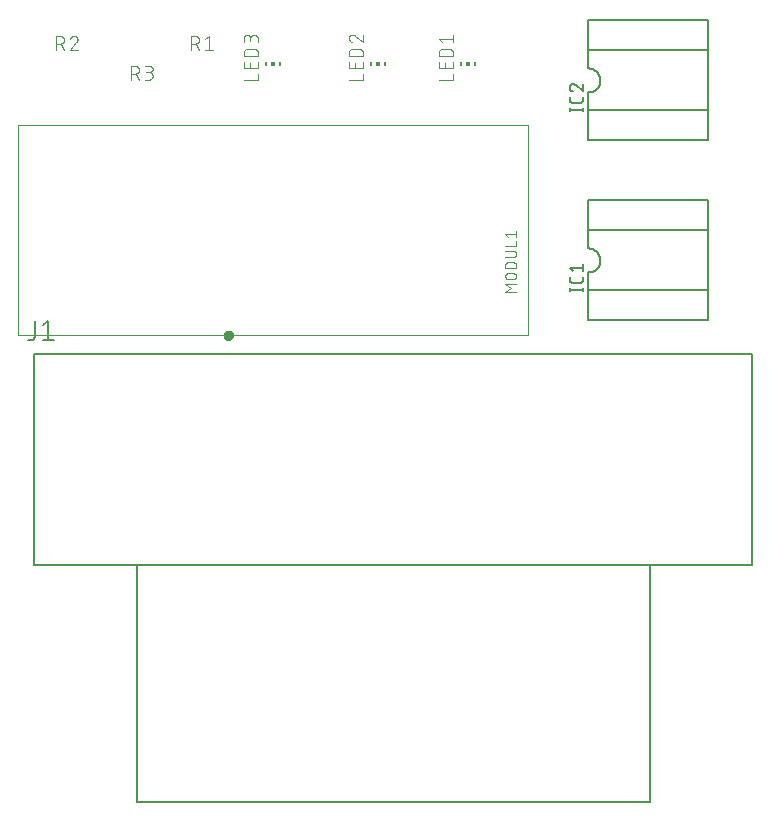
<source format=gbr>
G04 EAGLE Gerber X2 export*
%TF.Part,Single*%
%TF.FileFunction,Legend,Top,1*%
%TF.FilePolarity,Positive*%
%TF.GenerationSoftware,Autodesk,EAGLE,9.1.3*%
%TF.CreationDate,2020-03-18T03:06:25Z*%
G75*
%MOMM*%
%FSLAX34Y34*%
%LPD*%
%AMOC8*
5,1,8,0,0,1.08239X$1,22.5*%
G01*
%ADD10C,0.152400*%
%ADD11C,0.127000*%
%ADD12C,0.400000*%
%ADD13C,0.000000*%
%ADD14C,0.076200*%
%ADD15C,0.101600*%
%ADD16R,0.150000X0.300000*%
%ADD17R,0.300000X0.300000*%


D10*
X584200Y317500D02*
X482600Y317500D01*
X482600Y215900D02*
X584200Y215900D01*
X584200Y292100D02*
X584200Y317500D01*
X482600Y317500D02*
X482600Y292100D01*
X482600Y241300D02*
X482600Y215900D01*
X482600Y256540D02*
X482847Y256543D01*
X483095Y256552D01*
X483342Y256567D01*
X483588Y256588D01*
X483834Y256615D01*
X484079Y256648D01*
X484324Y256687D01*
X484567Y256732D01*
X484809Y256783D01*
X485050Y256840D01*
X485289Y256902D01*
X485527Y256971D01*
X485763Y257045D01*
X485997Y257125D01*
X486229Y257210D01*
X486459Y257302D01*
X486687Y257398D01*
X486912Y257501D01*
X487135Y257608D01*
X487355Y257722D01*
X487572Y257840D01*
X487787Y257964D01*
X487998Y258093D01*
X488206Y258227D01*
X488411Y258366D01*
X488612Y258510D01*
X488810Y258658D01*
X489004Y258812D01*
X489194Y258970D01*
X489380Y259133D01*
X489562Y259300D01*
X489740Y259472D01*
X489914Y259648D01*
X490084Y259828D01*
X490249Y260013D01*
X490409Y260201D01*
X490565Y260393D01*
X490717Y260589D01*
X490863Y260788D01*
X491005Y260991D01*
X491141Y261198D01*
X491273Y261407D01*
X491399Y261620D01*
X491520Y261836D01*
X491636Y262054D01*
X491746Y262276D01*
X491851Y262500D01*
X491951Y262726D01*
X492045Y262955D01*
X492133Y263186D01*
X492216Y263420D01*
X492293Y263655D01*
X492364Y263892D01*
X492430Y264130D01*
X492489Y264370D01*
X492543Y264612D01*
X492591Y264855D01*
X492633Y265098D01*
X492669Y265343D01*
X492699Y265589D01*
X492723Y265835D01*
X492741Y266082D01*
X492753Y266329D01*
X492759Y266576D01*
X492759Y266824D01*
X492753Y267071D01*
X492741Y267318D01*
X492723Y267565D01*
X492699Y267811D01*
X492669Y268057D01*
X492633Y268302D01*
X492591Y268545D01*
X492543Y268788D01*
X492489Y269030D01*
X492430Y269270D01*
X492364Y269508D01*
X492293Y269745D01*
X492216Y269980D01*
X492133Y270214D01*
X492045Y270445D01*
X491951Y270674D01*
X491851Y270900D01*
X491746Y271124D01*
X491636Y271346D01*
X491520Y271564D01*
X491399Y271780D01*
X491273Y271993D01*
X491141Y272202D01*
X491005Y272409D01*
X490863Y272612D01*
X490717Y272811D01*
X490565Y273007D01*
X490409Y273199D01*
X490249Y273387D01*
X490084Y273572D01*
X489914Y273752D01*
X489740Y273928D01*
X489562Y274100D01*
X489380Y274267D01*
X489194Y274430D01*
X489004Y274588D01*
X488810Y274742D01*
X488612Y274890D01*
X488411Y275034D01*
X488206Y275173D01*
X487998Y275307D01*
X487787Y275436D01*
X487572Y275560D01*
X487355Y275678D01*
X487135Y275792D01*
X486912Y275899D01*
X486687Y276002D01*
X486459Y276098D01*
X486229Y276190D01*
X485997Y276275D01*
X485763Y276355D01*
X485527Y276429D01*
X485289Y276498D01*
X485050Y276560D01*
X484809Y276617D01*
X484567Y276668D01*
X484324Y276713D01*
X484079Y276752D01*
X483834Y276785D01*
X483588Y276812D01*
X483342Y276833D01*
X483095Y276848D01*
X482847Y276857D01*
X482600Y276860D01*
X482600Y292100D02*
X584200Y292100D01*
X482600Y292100D02*
X482600Y276860D01*
X584200Y292100D02*
X584200Y241300D01*
X482600Y241300D01*
X482600Y256540D01*
X584200Y241300D02*
X584200Y215900D01*
D11*
X478155Y241935D02*
X466725Y241935D01*
X478155Y240665D02*
X478155Y243205D01*
X466725Y243205D02*
X466725Y240665D01*
X478155Y250407D02*
X478155Y252947D01*
X478155Y250407D02*
X478153Y250307D01*
X478147Y250208D01*
X478137Y250108D01*
X478124Y250010D01*
X478106Y249911D01*
X478085Y249814D01*
X478060Y249718D01*
X478031Y249622D01*
X477998Y249528D01*
X477962Y249435D01*
X477922Y249344D01*
X477878Y249254D01*
X477831Y249166D01*
X477781Y249080D01*
X477727Y248996D01*
X477670Y248914D01*
X477610Y248835D01*
X477546Y248757D01*
X477480Y248683D01*
X477411Y248611D01*
X477339Y248542D01*
X477265Y248476D01*
X477187Y248412D01*
X477108Y248352D01*
X477026Y248295D01*
X476942Y248241D01*
X476856Y248191D01*
X476768Y248144D01*
X476678Y248100D01*
X476587Y248060D01*
X476494Y248024D01*
X476400Y247991D01*
X476304Y247962D01*
X476208Y247937D01*
X476111Y247916D01*
X476012Y247898D01*
X475914Y247885D01*
X475814Y247875D01*
X475715Y247869D01*
X475615Y247867D01*
X469265Y247867D01*
X469165Y247869D01*
X469066Y247875D01*
X468966Y247885D01*
X468868Y247898D01*
X468769Y247916D01*
X468672Y247937D01*
X468576Y247962D01*
X468480Y247991D01*
X468386Y248024D01*
X468293Y248060D01*
X468202Y248100D01*
X468112Y248144D01*
X468024Y248191D01*
X467938Y248241D01*
X467854Y248295D01*
X467772Y248352D01*
X467693Y248412D01*
X467615Y248476D01*
X467541Y248542D01*
X467469Y248611D01*
X467400Y248683D01*
X467334Y248757D01*
X467270Y248835D01*
X467210Y248914D01*
X467153Y248996D01*
X467099Y249080D01*
X467049Y249166D01*
X467002Y249254D01*
X466958Y249344D01*
X466918Y249435D01*
X466882Y249528D01*
X466849Y249622D01*
X466820Y249718D01*
X466795Y249814D01*
X466774Y249911D01*
X466756Y250010D01*
X466743Y250108D01*
X466733Y250208D01*
X466727Y250307D01*
X466725Y250407D01*
X466725Y252947D01*
X469265Y257429D02*
X466725Y260604D01*
X478155Y260604D01*
X478155Y257429D02*
X478155Y263779D01*
D10*
X482600Y469900D02*
X584200Y469900D01*
X584200Y368300D02*
X482600Y368300D01*
X584200Y444500D02*
X584200Y469900D01*
X482600Y469900D02*
X482600Y444500D01*
X482600Y393700D02*
X482600Y368300D01*
X482600Y408940D02*
X482847Y408943D01*
X483095Y408952D01*
X483342Y408967D01*
X483588Y408988D01*
X483834Y409015D01*
X484079Y409048D01*
X484324Y409087D01*
X484567Y409132D01*
X484809Y409183D01*
X485050Y409240D01*
X485289Y409302D01*
X485527Y409371D01*
X485763Y409445D01*
X485997Y409525D01*
X486229Y409610D01*
X486459Y409702D01*
X486687Y409798D01*
X486912Y409901D01*
X487135Y410008D01*
X487355Y410122D01*
X487572Y410240D01*
X487787Y410364D01*
X487998Y410493D01*
X488206Y410627D01*
X488411Y410766D01*
X488612Y410910D01*
X488810Y411058D01*
X489004Y411212D01*
X489194Y411370D01*
X489380Y411533D01*
X489562Y411700D01*
X489740Y411872D01*
X489914Y412048D01*
X490084Y412228D01*
X490249Y412413D01*
X490409Y412601D01*
X490565Y412793D01*
X490717Y412989D01*
X490863Y413188D01*
X491005Y413391D01*
X491141Y413598D01*
X491273Y413807D01*
X491399Y414020D01*
X491520Y414236D01*
X491636Y414454D01*
X491746Y414676D01*
X491851Y414900D01*
X491951Y415126D01*
X492045Y415355D01*
X492133Y415586D01*
X492216Y415820D01*
X492293Y416055D01*
X492364Y416292D01*
X492430Y416530D01*
X492489Y416770D01*
X492543Y417012D01*
X492591Y417255D01*
X492633Y417498D01*
X492669Y417743D01*
X492699Y417989D01*
X492723Y418235D01*
X492741Y418482D01*
X492753Y418729D01*
X492759Y418976D01*
X492759Y419224D01*
X492753Y419471D01*
X492741Y419718D01*
X492723Y419965D01*
X492699Y420211D01*
X492669Y420457D01*
X492633Y420702D01*
X492591Y420945D01*
X492543Y421188D01*
X492489Y421430D01*
X492430Y421670D01*
X492364Y421908D01*
X492293Y422145D01*
X492216Y422380D01*
X492133Y422614D01*
X492045Y422845D01*
X491951Y423074D01*
X491851Y423300D01*
X491746Y423524D01*
X491636Y423746D01*
X491520Y423964D01*
X491399Y424180D01*
X491273Y424393D01*
X491141Y424602D01*
X491005Y424809D01*
X490863Y425012D01*
X490717Y425211D01*
X490565Y425407D01*
X490409Y425599D01*
X490249Y425787D01*
X490084Y425972D01*
X489914Y426152D01*
X489740Y426328D01*
X489562Y426500D01*
X489380Y426667D01*
X489194Y426830D01*
X489004Y426988D01*
X488810Y427142D01*
X488612Y427290D01*
X488411Y427434D01*
X488206Y427573D01*
X487998Y427707D01*
X487787Y427836D01*
X487572Y427960D01*
X487355Y428078D01*
X487135Y428192D01*
X486912Y428299D01*
X486687Y428402D01*
X486459Y428498D01*
X486229Y428590D01*
X485997Y428675D01*
X485763Y428755D01*
X485527Y428829D01*
X485289Y428898D01*
X485050Y428960D01*
X484809Y429017D01*
X484567Y429068D01*
X484324Y429113D01*
X484079Y429152D01*
X483834Y429185D01*
X483588Y429212D01*
X483342Y429233D01*
X483095Y429248D01*
X482847Y429257D01*
X482600Y429260D01*
X482600Y444500D02*
X584200Y444500D01*
X482600Y444500D02*
X482600Y429260D01*
X584200Y444500D02*
X584200Y393700D01*
X482600Y393700D01*
X482600Y408940D01*
X584200Y393700D02*
X584200Y368300D01*
D11*
X478155Y394335D02*
X466725Y394335D01*
X478155Y393065D02*
X478155Y395605D01*
X466725Y395605D02*
X466725Y393065D01*
X478155Y402807D02*
X478155Y405347D01*
X478155Y402807D02*
X478153Y402707D01*
X478147Y402608D01*
X478137Y402508D01*
X478124Y402410D01*
X478106Y402311D01*
X478085Y402214D01*
X478060Y402118D01*
X478031Y402022D01*
X477998Y401928D01*
X477962Y401835D01*
X477922Y401744D01*
X477878Y401654D01*
X477831Y401566D01*
X477781Y401480D01*
X477727Y401396D01*
X477670Y401314D01*
X477610Y401235D01*
X477546Y401157D01*
X477480Y401083D01*
X477411Y401011D01*
X477339Y400942D01*
X477265Y400876D01*
X477187Y400812D01*
X477108Y400752D01*
X477026Y400695D01*
X476942Y400641D01*
X476856Y400591D01*
X476768Y400544D01*
X476678Y400500D01*
X476587Y400460D01*
X476494Y400424D01*
X476400Y400391D01*
X476304Y400362D01*
X476208Y400337D01*
X476111Y400316D01*
X476012Y400298D01*
X475914Y400285D01*
X475814Y400275D01*
X475715Y400269D01*
X475615Y400267D01*
X469265Y400267D01*
X469165Y400269D01*
X469066Y400275D01*
X468966Y400285D01*
X468868Y400298D01*
X468769Y400316D01*
X468672Y400337D01*
X468576Y400362D01*
X468480Y400391D01*
X468386Y400424D01*
X468293Y400460D01*
X468202Y400500D01*
X468112Y400544D01*
X468024Y400591D01*
X467938Y400641D01*
X467854Y400695D01*
X467772Y400752D01*
X467693Y400812D01*
X467615Y400876D01*
X467541Y400942D01*
X467469Y401011D01*
X467400Y401083D01*
X467334Y401157D01*
X467270Y401235D01*
X467210Y401314D01*
X467153Y401396D01*
X467099Y401480D01*
X467049Y401566D01*
X467002Y401654D01*
X466958Y401744D01*
X466918Y401835D01*
X466882Y401928D01*
X466849Y402022D01*
X466820Y402118D01*
X466795Y402214D01*
X466774Y402311D01*
X466756Y402410D01*
X466743Y402508D01*
X466733Y402608D01*
X466727Y402707D01*
X466725Y402807D01*
X466725Y405347D01*
X466725Y413321D02*
X466727Y413425D01*
X466733Y413530D01*
X466742Y413634D01*
X466755Y413737D01*
X466773Y413840D01*
X466793Y413942D01*
X466818Y414044D01*
X466846Y414144D01*
X466878Y414244D01*
X466914Y414342D01*
X466953Y414439D01*
X466995Y414534D01*
X467041Y414628D01*
X467091Y414720D01*
X467143Y414810D01*
X467199Y414898D01*
X467259Y414984D01*
X467321Y415068D01*
X467386Y415149D01*
X467454Y415228D01*
X467526Y415305D01*
X467599Y415378D01*
X467676Y415450D01*
X467755Y415518D01*
X467836Y415583D01*
X467920Y415645D01*
X468006Y415705D01*
X468094Y415761D01*
X468184Y415813D01*
X468276Y415863D01*
X468370Y415909D01*
X468465Y415951D01*
X468562Y415990D01*
X468660Y416026D01*
X468760Y416058D01*
X468860Y416086D01*
X468962Y416111D01*
X469064Y416131D01*
X469167Y416149D01*
X469270Y416162D01*
X469374Y416171D01*
X469479Y416177D01*
X469583Y416179D01*
X466725Y413321D02*
X466727Y413203D01*
X466733Y413084D01*
X466742Y412966D01*
X466755Y412849D01*
X466773Y412732D01*
X466793Y412615D01*
X466818Y412499D01*
X466846Y412384D01*
X466879Y412271D01*
X466914Y412158D01*
X466954Y412046D01*
X466996Y411936D01*
X467043Y411827D01*
X467093Y411719D01*
X467146Y411614D01*
X467203Y411510D01*
X467263Y411408D01*
X467326Y411308D01*
X467393Y411210D01*
X467462Y411114D01*
X467535Y411021D01*
X467611Y410930D01*
X467689Y410841D01*
X467771Y410755D01*
X467855Y410672D01*
X467941Y410591D01*
X468031Y410514D01*
X468122Y410439D01*
X468216Y410367D01*
X468313Y410298D01*
X468411Y410233D01*
X468512Y410170D01*
X468615Y410111D01*
X468719Y410055D01*
X468825Y410003D01*
X468933Y409954D01*
X469042Y409909D01*
X469153Y409867D01*
X469265Y409829D01*
X471805Y415227D02*
X471730Y415303D01*
X471651Y415378D01*
X471570Y415449D01*
X471486Y415518D01*
X471400Y415583D01*
X471312Y415645D01*
X471222Y415705D01*
X471130Y415761D01*
X471035Y415814D01*
X470939Y415863D01*
X470841Y415909D01*
X470742Y415952D01*
X470641Y415991D01*
X470539Y416026D01*
X470436Y416058D01*
X470332Y416086D01*
X470227Y416111D01*
X470120Y416132D01*
X470014Y416149D01*
X469907Y416162D01*
X469799Y416171D01*
X469691Y416177D01*
X469583Y416179D01*
X471805Y415226D02*
X478155Y409829D01*
X478155Y416179D01*
D10*
X621500Y187500D02*
X13500Y187500D01*
X13500Y9000D02*
X621500Y9000D01*
X13500Y9000D02*
X13500Y187500D01*
X621503Y187500D02*
X621503Y9000D01*
X621478Y9007D01*
X534500Y-191500D02*
X100500Y-191500D01*
X534500Y-191500D02*
X534500Y9009D01*
X534536Y9009D01*
X100500Y8999D02*
X100500Y-191500D01*
X534511Y-184000D02*
X534511Y8999D01*
X534478Y8999D01*
X13794Y202500D02*
X13794Y215153D01*
X13794Y202500D02*
X13792Y202382D01*
X13786Y202264D01*
X13777Y202146D01*
X13763Y202028D01*
X13746Y201911D01*
X13725Y201795D01*
X13700Y201679D01*
X13671Y201564D01*
X13638Y201451D01*
X13602Y201338D01*
X13562Y201227D01*
X13519Y201117D01*
X13472Y201008D01*
X13421Y200901D01*
X13367Y200796D01*
X13310Y200693D01*
X13249Y200591D01*
X13185Y200492D01*
X13117Y200394D01*
X13047Y200299D01*
X12973Y200207D01*
X12897Y200116D01*
X12817Y200029D01*
X12735Y199944D01*
X12650Y199862D01*
X12563Y199782D01*
X12472Y199706D01*
X12380Y199632D01*
X12285Y199562D01*
X12187Y199494D01*
X12088Y199430D01*
X11987Y199369D01*
X11883Y199312D01*
X11778Y199258D01*
X11671Y199207D01*
X11562Y199160D01*
X11452Y199117D01*
X11341Y199077D01*
X11228Y199041D01*
X11115Y199008D01*
X11000Y198979D01*
X10884Y198954D01*
X10768Y198933D01*
X10651Y198916D01*
X10533Y198902D01*
X10415Y198893D01*
X10297Y198887D01*
X10179Y198885D01*
X8371Y198885D01*
X20863Y211538D02*
X25382Y215153D01*
X25382Y198885D01*
X20863Y198885D02*
X29901Y198885D01*
D12*
X175800Y203200D02*
X175802Y203289D01*
X175808Y203378D01*
X175818Y203467D01*
X175832Y203555D01*
X175849Y203642D01*
X175871Y203728D01*
X175897Y203814D01*
X175926Y203898D01*
X175959Y203981D01*
X175995Y204062D01*
X176036Y204142D01*
X176079Y204219D01*
X176126Y204295D01*
X176177Y204368D01*
X176230Y204439D01*
X176287Y204508D01*
X176347Y204574D01*
X176410Y204638D01*
X176475Y204698D01*
X176543Y204756D01*
X176614Y204810D01*
X176687Y204861D01*
X176762Y204909D01*
X176839Y204954D01*
X176918Y204995D01*
X176999Y205032D01*
X177081Y205066D01*
X177165Y205097D01*
X177250Y205123D01*
X177336Y205146D01*
X177423Y205164D01*
X177511Y205179D01*
X177600Y205190D01*
X177689Y205197D01*
X177778Y205200D01*
X177867Y205199D01*
X177956Y205194D01*
X178044Y205185D01*
X178133Y205172D01*
X178220Y205155D01*
X178307Y205135D01*
X178393Y205110D01*
X178477Y205082D01*
X178560Y205050D01*
X178642Y205014D01*
X178722Y204975D01*
X178800Y204932D01*
X178876Y204886D01*
X178950Y204836D01*
X179022Y204783D01*
X179091Y204727D01*
X179158Y204668D01*
X179222Y204606D01*
X179283Y204542D01*
X179342Y204474D01*
X179397Y204404D01*
X179449Y204332D01*
X179498Y204257D01*
X179543Y204181D01*
X179585Y204102D01*
X179623Y204022D01*
X179658Y203940D01*
X179689Y203856D01*
X179717Y203771D01*
X179740Y203685D01*
X179760Y203598D01*
X179776Y203511D01*
X179788Y203422D01*
X179796Y203334D01*
X179800Y203245D01*
X179800Y203155D01*
X179796Y203066D01*
X179788Y202978D01*
X179776Y202889D01*
X179760Y202802D01*
X179740Y202715D01*
X179717Y202629D01*
X179689Y202544D01*
X179658Y202460D01*
X179623Y202378D01*
X179585Y202298D01*
X179543Y202219D01*
X179498Y202143D01*
X179449Y202068D01*
X179397Y201996D01*
X179342Y201926D01*
X179283Y201858D01*
X179222Y201794D01*
X179158Y201732D01*
X179091Y201673D01*
X179022Y201617D01*
X178950Y201564D01*
X178876Y201514D01*
X178800Y201468D01*
X178722Y201425D01*
X178642Y201386D01*
X178560Y201350D01*
X178477Y201318D01*
X178393Y201290D01*
X178307Y201265D01*
X178220Y201245D01*
X178133Y201228D01*
X178044Y201215D01*
X177956Y201206D01*
X177867Y201201D01*
X177778Y201200D01*
X177689Y201203D01*
X177600Y201210D01*
X177511Y201221D01*
X177423Y201236D01*
X177336Y201254D01*
X177250Y201277D01*
X177165Y201303D01*
X177081Y201334D01*
X176999Y201368D01*
X176918Y201405D01*
X176839Y201446D01*
X176762Y201491D01*
X176687Y201539D01*
X176614Y201590D01*
X176543Y201644D01*
X176475Y201702D01*
X176410Y201762D01*
X176347Y201826D01*
X176287Y201892D01*
X176230Y201961D01*
X176177Y202032D01*
X176126Y202105D01*
X176079Y202181D01*
X176036Y202258D01*
X175995Y202338D01*
X175959Y202419D01*
X175926Y202502D01*
X175897Y202586D01*
X175871Y202672D01*
X175849Y202758D01*
X175832Y202845D01*
X175818Y202933D01*
X175808Y203022D01*
X175802Y203111D01*
X175800Y203200D01*
D13*
X0Y203200D02*
X0Y381000D01*
X0Y203200D02*
X431800Y203200D01*
X431800Y381000D01*
X0Y381000D01*
D14*
X412281Y240174D02*
X421519Y240174D01*
X417413Y243253D02*
X412281Y240174D01*
X417413Y243253D02*
X412281Y246332D01*
X421519Y246332D01*
X418953Y250587D02*
X414847Y250587D01*
X414748Y250589D01*
X414648Y250595D01*
X414549Y250604D01*
X414451Y250618D01*
X414353Y250635D01*
X414255Y250656D01*
X414159Y250681D01*
X414064Y250710D01*
X413969Y250742D01*
X413877Y250778D01*
X413785Y250817D01*
X413695Y250860D01*
X413607Y250906D01*
X413521Y250956D01*
X413437Y251009D01*
X413355Y251065D01*
X413275Y251125D01*
X413198Y251187D01*
X413123Y251253D01*
X413050Y251321D01*
X412981Y251392D01*
X412914Y251466D01*
X412850Y251542D01*
X412789Y251621D01*
X412731Y251702D01*
X412676Y251785D01*
X412625Y251870D01*
X412577Y251957D01*
X412532Y252046D01*
X412491Y252137D01*
X412453Y252229D01*
X412419Y252322D01*
X412389Y252417D01*
X412362Y252513D01*
X412339Y252610D01*
X412320Y252707D01*
X412305Y252806D01*
X412293Y252905D01*
X412285Y253004D01*
X412281Y253103D01*
X412281Y253203D01*
X412285Y253302D01*
X412293Y253401D01*
X412305Y253500D01*
X412320Y253599D01*
X412339Y253696D01*
X412362Y253793D01*
X412389Y253889D01*
X412419Y253984D01*
X412453Y254077D01*
X412491Y254169D01*
X412532Y254260D01*
X412577Y254349D01*
X412625Y254436D01*
X412676Y254521D01*
X412731Y254604D01*
X412789Y254685D01*
X412850Y254764D01*
X412914Y254840D01*
X412981Y254914D01*
X413050Y254985D01*
X413123Y255053D01*
X413198Y255119D01*
X413275Y255181D01*
X413355Y255241D01*
X413437Y255297D01*
X413521Y255350D01*
X413607Y255400D01*
X413695Y255446D01*
X413785Y255489D01*
X413877Y255528D01*
X413969Y255564D01*
X414064Y255596D01*
X414159Y255625D01*
X414255Y255650D01*
X414353Y255671D01*
X414451Y255688D01*
X414549Y255702D01*
X414648Y255711D01*
X414748Y255717D01*
X414847Y255719D01*
X418953Y255719D01*
X419052Y255717D01*
X419152Y255711D01*
X419251Y255702D01*
X419349Y255688D01*
X419447Y255671D01*
X419545Y255650D01*
X419641Y255625D01*
X419736Y255596D01*
X419831Y255564D01*
X419923Y255528D01*
X420015Y255489D01*
X420105Y255446D01*
X420193Y255400D01*
X420279Y255350D01*
X420363Y255297D01*
X420445Y255241D01*
X420525Y255181D01*
X420602Y255119D01*
X420677Y255053D01*
X420750Y254985D01*
X420819Y254914D01*
X420886Y254840D01*
X420950Y254764D01*
X421011Y254685D01*
X421069Y254604D01*
X421124Y254521D01*
X421175Y254436D01*
X421223Y254349D01*
X421268Y254260D01*
X421309Y254169D01*
X421347Y254077D01*
X421381Y253984D01*
X421411Y253889D01*
X421438Y253793D01*
X421461Y253696D01*
X421480Y253599D01*
X421495Y253500D01*
X421507Y253401D01*
X421515Y253302D01*
X421519Y253203D01*
X421519Y253103D01*
X421515Y253004D01*
X421507Y252905D01*
X421495Y252806D01*
X421480Y252707D01*
X421461Y252610D01*
X421438Y252513D01*
X421411Y252417D01*
X421381Y252322D01*
X421347Y252229D01*
X421309Y252137D01*
X421268Y252046D01*
X421223Y251957D01*
X421175Y251870D01*
X421124Y251785D01*
X421069Y251702D01*
X421011Y251621D01*
X420950Y251542D01*
X420886Y251466D01*
X420819Y251392D01*
X420750Y251321D01*
X420677Y251253D01*
X420602Y251187D01*
X420525Y251125D01*
X420445Y251065D01*
X420363Y251009D01*
X420279Y250956D01*
X420193Y250906D01*
X420105Y250860D01*
X420015Y250817D01*
X419923Y250778D01*
X419831Y250742D01*
X419736Y250710D01*
X419641Y250681D01*
X419545Y250656D01*
X419447Y250635D01*
X419349Y250618D01*
X419251Y250604D01*
X419152Y250595D01*
X419052Y250589D01*
X418953Y250587D01*
X421519Y259887D02*
X412281Y259887D01*
X412281Y262453D01*
X412283Y262551D01*
X412289Y262649D01*
X412298Y262747D01*
X412311Y262845D01*
X412328Y262942D01*
X412348Y263038D01*
X412373Y263133D01*
X412401Y263227D01*
X412432Y263320D01*
X412467Y263412D01*
X412506Y263503D01*
X412547Y263592D01*
X412593Y263679D01*
X412641Y263764D01*
X412693Y263848D01*
X412748Y263929D01*
X412806Y264009D01*
X412867Y264086D01*
X412931Y264160D01*
X412998Y264232D01*
X413068Y264302D01*
X413140Y264369D01*
X413214Y264433D01*
X413291Y264494D01*
X413371Y264552D01*
X413452Y264607D01*
X413536Y264659D01*
X413621Y264707D01*
X413708Y264753D01*
X413797Y264794D01*
X413888Y264833D01*
X413980Y264868D01*
X414073Y264899D01*
X414167Y264927D01*
X414262Y264952D01*
X414358Y264972D01*
X414455Y264989D01*
X414553Y265002D01*
X414651Y265011D01*
X414749Y265017D01*
X414847Y265019D01*
X418953Y265019D01*
X419051Y265017D01*
X419149Y265011D01*
X419247Y265002D01*
X419345Y264989D01*
X419442Y264972D01*
X419538Y264952D01*
X419633Y264927D01*
X419727Y264899D01*
X419820Y264868D01*
X419912Y264833D01*
X420003Y264794D01*
X420092Y264753D01*
X420179Y264707D01*
X420264Y264659D01*
X420348Y264607D01*
X420429Y264552D01*
X420509Y264494D01*
X420586Y264433D01*
X420660Y264369D01*
X420732Y264302D01*
X420802Y264232D01*
X420869Y264160D01*
X420933Y264086D01*
X420994Y264009D01*
X421052Y263929D01*
X421107Y263848D01*
X421159Y263764D01*
X421207Y263679D01*
X421253Y263592D01*
X421294Y263503D01*
X421333Y263412D01*
X421368Y263320D01*
X421399Y263227D01*
X421427Y263133D01*
X421452Y263038D01*
X421472Y262942D01*
X421489Y262845D01*
X421502Y262747D01*
X421511Y262649D01*
X421517Y262551D01*
X421519Y262453D01*
X421519Y259887D01*
X418953Y269487D02*
X412281Y269487D01*
X418953Y269487D02*
X419052Y269489D01*
X419152Y269495D01*
X419251Y269504D01*
X419349Y269518D01*
X419447Y269535D01*
X419545Y269556D01*
X419641Y269581D01*
X419736Y269610D01*
X419831Y269642D01*
X419923Y269678D01*
X420015Y269717D01*
X420105Y269760D01*
X420193Y269806D01*
X420279Y269856D01*
X420363Y269909D01*
X420445Y269965D01*
X420525Y270025D01*
X420602Y270087D01*
X420677Y270153D01*
X420750Y270221D01*
X420819Y270292D01*
X420886Y270366D01*
X420950Y270442D01*
X421011Y270521D01*
X421069Y270602D01*
X421124Y270685D01*
X421175Y270770D01*
X421223Y270857D01*
X421268Y270946D01*
X421309Y271037D01*
X421347Y271129D01*
X421381Y271222D01*
X421411Y271317D01*
X421438Y271413D01*
X421461Y271510D01*
X421480Y271607D01*
X421495Y271706D01*
X421507Y271805D01*
X421515Y271904D01*
X421519Y272003D01*
X421519Y272103D01*
X421515Y272202D01*
X421507Y272301D01*
X421495Y272400D01*
X421480Y272499D01*
X421461Y272596D01*
X421438Y272693D01*
X421411Y272789D01*
X421381Y272884D01*
X421347Y272977D01*
X421309Y273069D01*
X421268Y273160D01*
X421223Y273249D01*
X421175Y273336D01*
X421124Y273421D01*
X421069Y273504D01*
X421011Y273585D01*
X420950Y273664D01*
X420886Y273740D01*
X420819Y273814D01*
X420750Y273885D01*
X420677Y273953D01*
X420602Y274019D01*
X420525Y274081D01*
X420445Y274141D01*
X420363Y274197D01*
X420279Y274250D01*
X420193Y274300D01*
X420105Y274346D01*
X420015Y274389D01*
X419923Y274428D01*
X419831Y274464D01*
X419736Y274496D01*
X419641Y274525D01*
X419545Y274550D01*
X419447Y274571D01*
X419349Y274588D01*
X419251Y274602D01*
X419152Y274611D01*
X419052Y274617D01*
X418953Y274619D01*
X412281Y274619D01*
X412281Y279104D02*
X421519Y279104D01*
X421519Y283210D01*
X414334Y286587D02*
X412281Y289153D01*
X421519Y289153D01*
X421519Y286587D02*
X421519Y291719D01*
D15*
X367792Y419608D02*
X356108Y419608D01*
X367792Y419608D02*
X367792Y424801D01*
X367792Y429514D02*
X367792Y434707D01*
X367792Y429514D02*
X356108Y429514D01*
X356108Y434707D01*
X361301Y433409D02*
X361301Y429514D01*
X356108Y439397D02*
X367792Y439397D01*
X356108Y439397D02*
X356108Y442643D01*
X356110Y442756D01*
X356116Y442869D01*
X356126Y442982D01*
X356140Y443095D01*
X356157Y443207D01*
X356179Y443318D01*
X356204Y443428D01*
X356234Y443538D01*
X356267Y443646D01*
X356304Y443753D01*
X356344Y443859D01*
X356389Y443963D01*
X356437Y444066D01*
X356488Y444167D01*
X356543Y444266D01*
X356601Y444363D01*
X356663Y444458D01*
X356728Y444551D01*
X356796Y444641D01*
X356867Y444729D01*
X356942Y444815D01*
X357019Y444898D01*
X357099Y444978D01*
X357182Y445055D01*
X357268Y445130D01*
X357356Y445201D01*
X357446Y445269D01*
X357539Y445334D01*
X357634Y445396D01*
X357731Y445454D01*
X357830Y445509D01*
X357931Y445560D01*
X358034Y445608D01*
X358138Y445653D01*
X358244Y445693D01*
X358351Y445730D01*
X358459Y445763D01*
X358569Y445793D01*
X358679Y445818D01*
X358790Y445840D01*
X358902Y445857D01*
X359015Y445871D01*
X359128Y445881D01*
X359241Y445887D01*
X359354Y445889D01*
X364546Y445889D01*
X364659Y445887D01*
X364772Y445881D01*
X364885Y445871D01*
X364998Y445857D01*
X365110Y445840D01*
X365221Y445818D01*
X365331Y445793D01*
X365441Y445763D01*
X365549Y445730D01*
X365656Y445693D01*
X365762Y445653D01*
X365866Y445608D01*
X365969Y445560D01*
X366070Y445509D01*
X366169Y445454D01*
X366266Y445396D01*
X366361Y445334D01*
X366454Y445269D01*
X366544Y445201D01*
X366632Y445130D01*
X366718Y445055D01*
X366801Y444978D01*
X366881Y444898D01*
X366958Y444815D01*
X367033Y444729D01*
X367104Y444641D01*
X367172Y444551D01*
X367237Y444458D01*
X367299Y444363D01*
X367357Y444266D01*
X367412Y444167D01*
X367463Y444066D01*
X367511Y443963D01*
X367556Y443859D01*
X367596Y443753D01*
X367633Y443646D01*
X367666Y443538D01*
X367696Y443428D01*
X367721Y443318D01*
X367743Y443207D01*
X367760Y443095D01*
X367774Y442982D01*
X367784Y442869D01*
X367790Y442756D01*
X367792Y442643D01*
X367792Y439397D01*
X358704Y451208D02*
X356108Y454454D01*
X367792Y454454D01*
X367792Y457699D02*
X367792Y451208D01*
D16*
X375000Y433300D03*
X387000Y433300D03*
D17*
X381000Y433300D03*
D15*
X291592Y419608D02*
X279908Y419608D01*
X291592Y419608D02*
X291592Y424801D01*
X291592Y429514D02*
X291592Y434707D01*
X291592Y429514D02*
X279908Y429514D01*
X279908Y434707D01*
X285101Y433409D02*
X285101Y429514D01*
X279908Y439397D02*
X291592Y439397D01*
X279908Y439397D02*
X279908Y442643D01*
X279910Y442756D01*
X279916Y442869D01*
X279926Y442982D01*
X279940Y443095D01*
X279957Y443207D01*
X279979Y443318D01*
X280004Y443428D01*
X280034Y443538D01*
X280067Y443646D01*
X280104Y443753D01*
X280144Y443859D01*
X280189Y443963D01*
X280237Y444066D01*
X280288Y444167D01*
X280343Y444266D01*
X280401Y444363D01*
X280463Y444458D01*
X280528Y444551D01*
X280596Y444641D01*
X280667Y444729D01*
X280742Y444815D01*
X280819Y444898D01*
X280899Y444978D01*
X280982Y445055D01*
X281068Y445130D01*
X281156Y445201D01*
X281246Y445269D01*
X281339Y445334D01*
X281434Y445396D01*
X281531Y445454D01*
X281630Y445509D01*
X281731Y445560D01*
X281834Y445608D01*
X281938Y445653D01*
X282044Y445693D01*
X282151Y445730D01*
X282259Y445763D01*
X282369Y445793D01*
X282479Y445818D01*
X282590Y445840D01*
X282702Y445857D01*
X282815Y445871D01*
X282928Y445881D01*
X283041Y445887D01*
X283154Y445889D01*
X288346Y445889D01*
X288459Y445887D01*
X288572Y445881D01*
X288685Y445871D01*
X288798Y445857D01*
X288910Y445840D01*
X289021Y445818D01*
X289131Y445793D01*
X289241Y445763D01*
X289349Y445730D01*
X289456Y445693D01*
X289562Y445653D01*
X289666Y445608D01*
X289769Y445560D01*
X289870Y445509D01*
X289969Y445454D01*
X290066Y445396D01*
X290161Y445334D01*
X290254Y445269D01*
X290344Y445201D01*
X290432Y445130D01*
X290518Y445055D01*
X290601Y444978D01*
X290681Y444898D01*
X290758Y444815D01*
X290833Y444729D01*
X290904Y444641D01*
X290972Y444551D01*
X291037Y444458D01*
X291099Y444363D01*
X291157Y444266D01*
X291212Y444167D01*
X291263Y444066D01*
X291311Y443963D01*
X291356Y443859D01*
X291396Y443753D01*
X291433Y443646D01*
X291466Y443538D01*
X291496Y443428D01*
X291521Y443318D01*
X291543Y443207D01*
X291560Y443095D01*
X291574Y442982D01*
X291584Y442869D01*
X291590Y442756D01*
X291592Y442643D01*
X291592Y439397D01*
X279908Y454778D02*
X279910Y454885D01*
X279916Y454991D01*
X279926Y455097D01*
X279939Y455203D01*
X279957Y455309D01*
X279978Y455413D01*
X280003Y455517D01*
X280032Y455620D01*
X280064Y455721D01*
X280101Y455821D01*
X280141Y455920D01*
X280184Y456018D01*
X280231Y456114D01*
X280282Y456208D01*
X280336Y456300D01*
X280393Y456390D01*
X280453Y456478D01*
X280517Y456563D01*
X280584Y456646D01*
X280654Y456727D01*
X280726Y456805D01*
X280802Y456881D01*
X280880Y456953D01*
X280961Y457023D01*
X281044Y457090D01*
X281129Y457154D01*
X281217Y457214D01*
X281307Y457271D01*
X281399Y457325D01*
X281493Y457376D01*
X281589Y457423D01*
X281687Y457466D01*
X281786Y457506D01*
X281886Y457543D01*
X281987Y457575D01*
X282090Y457604D01*
X282194Y457629D01*
X282298Y457650D01*
X282404Y457668D01*
X282510Y457681D01*
X282616Y457691D01*
X282722Y457697D01*
X282829Y457699D01*
X279908Y454778D02*
X279910Y454657D01*
X279916Y454536D01*
X279926Y454416D01*
X279939Y454295D01*
X279957Y454176D01*
X279978Y454056D01*
X280003Y453938D01*
X280032Y453821D01*
X280065Y453704D01*
X280101Y453589D01*
X280142Y453475D01*
X280185Y453362D01*
X280233Y453250D01*
X280284Y453141D01*
X280339Y453033D01*
X280397Y452926D01*
X280458Y452822D01*
X280523Y452720D01*
X280591Y452620D01*
X280662Y452522D01*
X280736Y452426D01*
X280813Y452333D01*
X280894Y452243D01*
X280977Y452155D01*
X281063Y452070D01*
X281152Y451987D01*
X281243Y451908D01*
X281337Y451831D01*
X281433Y451758D01*
X281531Y451688D01*
X281632Y451621D01*
X281735Y451557D01*
X281840Y451497D01*
X281947Y451439D01*
X282055Y451386D01*
X282165Y451336D01*
X282277Y451290D01*
X282390Y451247D01*
X282505Y451208D01*
X285101Y456725D02*
X285023Y456804D01*
X284943Y456880D01*
X284860Y456953D01*
X284774Y457023D01*
X284687Y457090D01*
X284596Y457154D01*
X284504Y457214D01*
X284410Y457272D01*
X284313Y457326D01*
X284215Y457376D01*
X284115Y457423D01*
X284014Y457467D01*
X283911Y457507D01*
X283806Y457543D01*
X283701Y457575D01*
X283594Y457604D01*
X283487Y457629D01*
X283378Y457651D01*
X283269Y457668D01*
X283160Y457682D01*
X283050Y457691D01*
X282939Y457697D01*
X282829Y457699D01*
X285101Y456726D02*
X291592Y451208D01*
X291592Y457699D01*
D16*
X298800Y433300D03*
X310800Y433300D03*
D17*
X304800Y433300D03*
D15*
X202692Y419608D02*
X191008Y419608D01*
X202692Y419608D02*
X202692Y424801D01*
X202692Y429514D02*
X202692Y434707D01*
X202692Y429514D02*
X191008Y429514D01*
X191008Y434707D01*
X196201Y433409D02*
X196201Y429514D01*
X191008Y439397D02*
X202692Y439397D01*
X191008Y439397D02*
X191008Y442643D01*
X191010Y442756D01*
X191016Y442869D01*
X191026Y442982D01*
X191040Y443095D01*
X191057Y443207D01*
X191079Y443318D01*
X191104Y443428D01*
X191134Y443538D01*
X191167Y443646D01*
X191204Y443753D01*
X191244Y443859D01*
X191289Y443963D01*
X191337Y444066D01*
X191388Y444167D01*
X191443Y444266D01*
X191501Y444363D01*
X191563Y444458D01*
X191628Y444551D01*
X191696Y444641D01*
X191767Y444729D01*
X191842Y444815D01*
X191919Y444898D01*
X191999Y444978D01*
X192082Y445055D01*
X192168Y445130D01*
X192256Y445201D01*
X192346Y445269D01*
X192439Y445334D01*
X192534Y445396D01*
X192631Y445454D01*
X192730Y445509D01*
X192831Y445560D01*
X192934Y445608D01*
X193038Y445653D01*
X193144Y445693D01*
X193251Y445730D01*
X193359Y445763D01*
X193469Y445793D01*
X193579Y445818D01*
X193690Y445840D01*
X193802Y445857D01*
X193915Y445871D01*
X194028Y445881D01*
X194141Y445887D01*
X194254Y445889D01*
X199446Y445889D01*
X199559Y445887D01*
X199672Y445881D01*
X199785Y445871D01*
X199898Y445857D01*
X200010Y445840D01*
X200121Y445818D01*
X200231Y445793D01*
X200341Y445763D01*
X200449Y445730D01*
X200556Y445693D01*
X200662Y445653D01*
X200766Y445608D01*
X200869Y445560D01*
X200970Y445509D01*
X201069Y445454D01*
X201166Y445396D01*
X201261Y445334D01*
X201354Y445269D01*
X201444Y445201D01*
X201532Y445130D01*
X201618Y445055D01*
X201701Y444978D01*
X201781Y444898D01*
X201858Y444815D01*
X201933Y444729D01*
X202004Y444641D01*
X202072Y444551D01*
X202137Y444458D01*
X202199Y444363D01*
X202257Y444266D01*
X202312Y444167D01*
X202363Y444066D01*
X202411Y443963D01*
X202456Y443859D01*
X202496Y443753D01*
X202533Y443646D01*
X202566Y443538D01*
X202596Y443428D01*
X202621Y443318D01*
X202643Y443207D01*
X202660Y443095D01*
X202674Y442982D01*
X202684Y442869D01*
X202690Y442756D01*
X202692Y442643D01*
X202692Y439397D01*
X202692Y451208D02*
X202692Y454454D01*
X202690Y454567D01*
X202684Y454680D01*
X202674Y454793D01*
X202660Y454906D01*
X202643Y455018D01*
X202621Y455129D01*
X202596Y455239D01*
X202566Y455349D01*
X202533Y455457D01*
X202496Y455564D01*
X202456Y455670D01*
X202411Y455774D01*
X202363Y455877D01*
X202312Y455978D01*
X202257Y456077D01*
X202199Y456174D01*
X202137Y456269D01*
X202072Y456362D01*
X202004Y456452D01*
X201933Y456540D01*
X201858Y456626D01*
X201781Y456709D01*
X201701Y456789D01*
X201618Y456866D01*
X201532Y456941D01*
X201444Y457012D01*
X201354Y457080D01*
X201261Y457145D01*
X201166Y457207D01*
X201069Y457265D01*
X200970Y457320D01*
X200869Y457371D01*
X200766Y457419D01*
X200662Y457464D01*
X200556Y457504D01*
X200449Y457541D01*
X200341Y457574D01*
X200231Y457604D01*
X200121Y457629D01*
X200010Y457651D01*
X199898Y457668D01*
X199785Y457682D01*
X199672Y457692D01*
X199559Y457698D01*
X199446Y457700D01*
X199333Y457698D01*
X199220Y457692D01*
X199107Y457682D01*
X198994Y457668D01*
X198882Y457651D01*
X198771Y457629D01*
X198661Y457604D01*
X198551Y457574D01*
X198443Y457541D01*
X198336Y457504D01*
X198230Y457464D01*
X198126Y457419D01*
X198023Y457371D01*
X197922Y457320D01*
X197823Y457265D01*
X197726Y457207D01*
X197631Y457145D01*
X197538Y457080D01*
X197448Y457012D01*
X197360Y456941D01*
X197274Y456866D01*
X197191Y456789D01*
X197111Y456709D01*
X197034Y456626D01*
X196959Y456540D01*
X196888Y456452D01*
X196820Y456362D01*
X196755Y456269D01*
X196693Y456174D01*
X196635Y456077D01*
X196580Y455978D01*
X196529Y455877D01*
X196481Y455774D01*
X196436Y455670D01*
X196396Y455564D01*
X196359Y455457D01*
X196326Y455349D01*
X196296Y455239D01*
X196271Y455129D01*
X196249Y455018D01*
X196232Y454906D01*
X196218Y454793D01*
X196208Y454680D01*
X196202Y454567D01*
X196200Y454454D01*
X191008Y455103D02*
X191008Y451208D01*
X191008Y455103D02*
X191010Y455204D01*
X191016Y455304D01*
X191026Y455404D01*
X191039Y455504D01*
X191057Y455603D01*
X191078Y455702D01*
X191103Y455799D01*
X191132Y455896D01*
X191165Y455991D01*
X191201Y456085D01*
X191241Y456177D01*
X191284Y456268D01*
X191331Y456357D01*
X191381Y456444D01*
X191435Y456530D01*
X191492Y456613D01*
X191552Y456693D01*
X191615Y456772D01*
X191682Y456848D01*
X191751Y456921D01*
X191823Y456991D01*
X191897Y457059D01*
X191974Y457124D01*
X192054Y457185D01*
X192136Y457244D01*
X192220Y457299D01*
X192306Y457351D01*
X192394Y457400D01*
X192484Y457445D01*
X192576Y457487D01*
X192669Y457525D01*
X192764Y457559D01*
X192859Y457590D01*
X192956Y457617D01*
X193054Y457640D01*
X193153Y457660D01*
X193253Y457675D01*
X193353Y457687D01*
X193453Y457695D01*
X193554Y457699D01*
X193654Y457699D01*
X193755Y457695D01*
X193855Y457687D01*
X193955Y457675D01*
X194055Y457660D01*
X194154Y457640D01*
X194252Y457617D01*
X194349Y457590D01*
X194444Y457559D01*
X194539Y457525D01*
X194632Y457487D01*
X194724Y457445D01*
X194814Y457400D01*
X194902Y457351D01*
X194988Y457299D01*
X195072Y457244D01*
X195154Y457185D01*
X195234Y457124D01*
X195311Y457059D01*
X195385Y456991D01*
X195457Y456921D01*
X195526Y456848D01*
X195593Y456772D01*
X195656Y456693D01*
X195716Y456613D01*
X195773Y456530D01*
X195827Y456444D01*
X195877Y456357D01*
X195924Y456268D01*
X195967Y456177D01*
X196007Y456085D01*
X196043Y455991D01*
X196076Y455896D01*
X196105Y455799D01*
X196130Y455702D01*
X196151Y455603D01*
X196169Y455504D01*
X196182Y455404D01*
X196192Y455304D01*
X196198Y455204D01*
X196200Y455103D01*
X196201Y455103D02*
X196201Y452507D01*
D16*
X209900Y433300D03*
X221900Y433300D03*
D17*
X215900Y433300D03*
D15*
X146558Y445008D02*
X146558Y456692D01*
X149804Y456692D01*
X149917Y456690D01*
X150030Y456684D01*
X150143Y456674D01*
X150256Y456660D01*
X150368Y456643D01*
X150479Y456621D01*
X150589Y456596D01*
X150699Y456566D01*
X150807Y456533D01*
X150914Y456496D01*
X151020Y456456D01*
X151124Y456411D01*
X151227Y456363D01*
X151328Y456312D01*
X151427Y456257D01*
X151524Y456199D01*
X151619Y456137D01*
X151712Y456072D01*
X151802Y456004D01*
X151890Y455933D01*
X151976Y455858D01*
X152059Y455781D01*
X152139Y455701D01*
X152216Y455618D01*
X152291Y455532D01*
X152362Y455444D01*
X152430Y455354D01*
X152495Y455261D01*
X152557Y455166D01*
X152615Y455069D01*
X152670Y454970D01*
X152721Y454869D01*
X152769Y454766D01*
X152814Y454662D01*
X152854Y454556D01*
X152891Y454449D01*
X152924Y454341D01*
X152954Y454231D01*
X152979Y454121D01*
X153001Y454010D01*
X153018Y453898D01*
X153032Y453785D01*
X153042Y453672D01*
X153048Y453559D01*
X153050Y453446D01*
X153048Y453333D01*
X153042Y453220D01*
X153032Y453107D01*
X153018Y452994D01*
X153001Y452882D01*
X152979Y452771D01*
X152954Y452661D01*
X152924Y452551D01*
X152891Y452443D01*
X152854Y452336D01*
X152814Y452230D01*
X152769Y452126D01*
X152721Y452023D01*
X152670Y451922D01*
X152615Y451823D01*
X152557Y451726D01*
X152495Y451631D01*
X152430Y451538D01*
X152362Y451448D01*
X152291Y451360D01*
X152216Y451274D01*
X152139Y451191D01*
X152059Y451111D01*
X151976Y451034D01*
X151890Y450959D01*
X151802Y450888D01*
X151712Y450820D01*
X151619Y450755D01*
X151524Y450693D01*
X151427Y450635D01*
X151328Y450580D01*
X151227Y450529D01*
X151124Y450481D01*
X151020Y450436D01*
X150914Y450396D01*
X150807Y450359D01*
X150699Y450326D01*
X150589Y450296D01*
X150479Y450271D01*
X150368Y450249D01*
X150256Y450232D01*
X150143Y450218D01*
X150030Y450208D01*
X149917Y450202D01*
X149804Y450200D01*
X149804Y450201D02*
X146558Y450201D01*
X150453Y450201D02*
X153049Y445008D01*
X157914Y454096D02*
X161160Y456692D01*
X161160Y445008D01*
X164405Y445008D02*
X157914Y445008D01*
X32258Y445008D02*
X32258Y456692D01*
X35504Y456692D01*
X35617Y456690D01*
X35730Y456684D01*
X35843Y456674D01*
X35956Y456660D01*
X36068Y456643D01*
X36179Y456621D01*
X36289Y456596D01*
X36399Y456566D01*
X36507Y456533D01*
X36614Y456496D01*
X36720Y456456D01*
X36824Y456411D01*
X36927Y456363D01*
X37028Y456312D01*
X37127Y456257D01*
X37224Y456199D01*
X37319Y456137D01*
X37412Y456072D01*
X37502Y456004D01*
X37590Y455933D01*
X37676Y455858D01*
X37759Y455781D01*
X37839Y455701D01*
X37916Y455618D01*
X37991Y455532D01*
X38062Y455444D01*
X38130Y455354D01*
X38195Y455261D01*
X38257Y455166D01*
X38315Y455069D01*
X38370Y454970D01*
X38421Y454869D01*
X38469Y454766D01*
X38514Y454662D01*
X38554Y454556D01*
X38591Y454449D01*
X38624Y454341D01*
X38654Y454231D01*
X38679Y454121D01*
X38701Y454010D01*
X38718Y453898D01*
X38732Y453785D01*
X38742Y453672D01*
X38748Y453559D01*
X38750Y453446D01*
X38748Y453333D01*
X38742Y453220D01*
X38732Y453107D01*
X38718Y452994D01*
X38701Y452882D01*
X38679Y452771D01*
X38654Y452661D01*
X38624Y452551D01*
X38591Y452443D01*
X38554Y452336D01*
X38514Y452230D01*
X38469Y452126D01*
X38421Y452023D01*
X38370Y451922D01*
X38315Y451823D01*
X38257Y451726D01*
X38195Y451631D01*
X38130Y451538D01*
X38062Y451448D01*
X37991Y451360D01*
X37916Y451274D01*
X37839Y451191D01*
X37759Y451111D01*
X37676Y451034D01*
X37590Y450959D01*
X37502Y450888D01*
X37412Y450820D01*
X37319Y450755D01*
X37224Y450693D01*
X37127Y450635D01*
X37028Y450580D01*
X36927Y450529D01*
X36824Y450481D01*
X36720Y450436D01*
X36614Y450396D01*
X36507Y450359D01*
X36399Y450326D01*
X36289Y450296D01*
X36179Y450271D01*
X36068Y450249D01*
X35956Y450232D01*
X35843Y450218D01*
X35730Y450208D01*
X35617Y450202D01*
X35504Y450200D01*
X35504Y450201D02*
X32258Y450201D01*
X36153Y450201D02*
X38749Y445008D01*
X50105Y453771D02*
X50103Y453878D01*
X50097Y453984D01*
X50087Y454090D01*
X50074Y454196D01*
X50056Y454302D01*
X50035Y454406D01*
X50010Y454510D01*
X49981Y454613D01*
X49949Y454714D01*
X49912Y454814D01*
X49872Y454913D01*
X49829Y455011D01*
X49782Y455107D01*
X49731Y455201D01*
X49677Y455293D01*
X49620Y455383D01*
X49560Y455471D01*
X49496Y455556D01*
X49429Y455639D01*
X49359Y455720D01*
X49287Y455798D01*
X49211Y455874D01*
X49133Y455946D01*
X49052Y456016D01*
X48969Y456083D01*
X48884Y456147D01*
X48796Y456207D01*
X48706Y456264D01*
X48614Y456318D01*
X48520Y456369D01*
X48424Y456416D01*
X48326Y456459D01*
X48227Y456499D01*
X48127Y456536D01*
X48026Y456568D01*
X47923Y456597D01*
X47819Y456622D01*
X47715Y456643D01*
X47609Y456661D01*
X47503Y456674D01*
X47397Y456684D01*
X47291Y456690D01*
X47184Y456692D01*
X47063Y456690D01*
X46942Y456684D01*
X46822Y456674D01*
X46701Y456661D01*
X46582Y456643D01*
X46462Y456622D01*
X46344Y456597D01*
X46227Y456568D01*
X46110Y456535D01*
X45995Y456499D01*
X45881Y456458D01*
X45768Y456415D01*
X45656Y456367D01*
X45547Y456316D01*
X45439Y456261D01*
X45332Y456203D01*
X45228Y456142D01*
X45126Y456077D01*
X45026Y456009D01*
X44928Y455938D01*
X44832Y455864D01*
X44739Y455787D01*
X44649Y455706D01*
X44561Y455623D01*
X44476Y455537D01*
X44393Y455448D01*
X44314Y455357D01*
X44237Y455263D01*
X44164Y455167D01*
X44094Y455069D01*
X44027Y454968D01*
X43963Y454865D01*
X43903Y454760D01*
X43846Y454653D01*
X43792Y454545D01*
X43742Y454435D01*
X43696Y454323D01*
X43653Y454210D01*
X43614Y454095D01*
X49132Y451499D02*
X49211Y451576D01*
X49287Y451657D01*
X49360Y451740D01*
X49430Y451825D01*
X49497Y451913D01*
X49561Y452003D01*
X49621Y452095D01*
X49678Y452190D01*
X49732Y452286D01*
X49783Y452384D01*
X49830Y452484D01*
X49874Y452586D01*
X49914Y452689D01*
X49950Y452793D01*
X49982Y452899D01*
X50011Y453005D01*
X50036Y453113D01*
X50058Y453221D01*
X50075Y453331D01*
X50089Y453440D01*
X50098Y453550D01*
X50104Y453661D01*
X50106Y453771D01*
X49132Y451499D02*
X43614Y445008D01*
X50105Y445008D01*
X95758Y431292D02*
X95758Y419608D01*
X95758Y431292D02*
X99004Y431292D01*
X99117Y431290D01*
X99230Y431284D01*
X99343Y431274D01*
X99456Y431260D01*
X99568Y431243D01*
X99679Y431221D01*
X99789Y431196D01*
X99899Y431166D01*
X100007Y431133D01*
X100114Y431096D01*
X100220Y431056D01*
X100324Y431011D01*
X100427Y430963D01*
X100528Y430912D01*
X100627Y430857D01*
X100724Y430799D01*
X100819Y430737D01*
X100912Y430672D01*
X101002Y430604D01*
X101090Y430533D01*
X101176Y430458D01*
X101259Y430381D01*
X101339Y430301D01*
X101416Y430218D01*
X101491Y430132D01*
X101562Y430044D01*
X101630Y429954D01*
X101695Y429861D01*
X101757Y429766D01*
X101815Y429669D01*
X101870Y429570D01*
X101921Y429469D01*
X101969Y429366D01*
X102014Y429262D01*
X102054Y429156D01*
X102091Y429049D01*
X102124Y428941D01*
X102154Y428831D01*
X102179Y428721D01*
X102201Y428610D01*
X102218Y428498D01*
X102232Y428385D01*
X102242Y428272D01*
X102248Y428159D01*
X102250Y428046D01*
X102248Y427933D01*
X102242Y427820D01*
X102232Y427707D01*
X102218Y427594D01*
X102201Y427482D01*
X102179Y427371D01*
X102154Y427261D01*
X102124Y427151D01*
X102091Y427043D01*
X102054Y426936D01*
X102014Y426830D01*
X101969Y426726D01*
X101921Y426623D01*
X101870Y426522D01*
X101815Y426423D01*
X101757Y426326D01*
X101695Y426231D01*
X101630Y426138D01*
X101562Y426048D01*
X101491Y425960D01*
X101416Y425874D01*
X101339Y425791D01*
X101259Y425711D01*
X101176Y425634D01*
X101090Y425559D01*
X101002Y425488D01*
X100912Y425420D01*
X100819Y425355D01*
X100724Y425293D01*
X100627Y425235D01*
X100528Y425180D01*
X100427Y425129D01*
X100324Y425081D01*
X100220Y425036D01*
X100114Y424996D01*
X100007Y424959D01*
X99899Y424926D01*
X99789Y424896D01*
X99679Y424871D01*
X99568Y424849D01*
X99456Y424832D01*
X99343Y424818D01*
X99230Y424808D01*
X99117Y424802D01*
X99004Y424800D01*
X99004Y424801D02*
X95758Y424801D01*
X99653Y424801D02*
X102249Y419608D01*
X107114Y419608D02*
X110360Y419608D01*
X110473Y419610D01*
X110586Y419616D01*
X110699Y419626D01*
X110812Y419640D01*
X110924Y419657D01*
X111035Y419679D01*
X111145Y419704D01*
X111255Y419734D01*
X111363Y419767D01*
X111470Y419804D01*
X111576Y419844D01*
X111680Y419889D01*
X111783Y419937D01*
X111884Y419988D01*
X111983Y420043D01*
X112080Y420101D01*
X112175Y420163D01*
X112268Y420228D01*
X112358Y420296D01*
X112446Y420367D01*
X112532Y420442D01*
X112615Y420519D01*
X112695Y420599D01*
X112772Y420682D01*
X112847Y420768D01*
X112918Y420856D01*
X112986Y420946D01*
X113051Y421039D01*
X113113Y421134D01*
X113171Y421231D01*
X113226Y421330D01*
X113277Y421431D01*
X113325Y421534D01*
X113370Y421638D01*
X113410Y421744D01*
X113447Y421851D01*
X113480Y421959D01*
X113510Y422069D01*
X113535Y422179D01*
X113557Y422290D01*
X113574Y422402D01*
X113588Y422515D01*
X113598Y422628D01*
X113604Y422741D01*
X113606Y422854D01*
X113604Y422967D01*
X113598Y423080D01*
X113588Y423193D01*
X113574Y423306D01*
X113557Y423418D01*
X113535Y423529D01*
X113510Y423639D01*
X113480Y423749D01*
X113447Y423857D01*
X113410Y423964D01*
X113370Y424070D01*
X113325Y424174D01*
X113277Y424277D01*
X113226Y424378D01*
X113171Y424477D01*
X113113Y424574D01*
X113051Y424669D01*
X112986Y424762D01*
X112918Y424852D01*
X112847Y424940D01*
X112772Y425026D01*
X112695Y425109D01*
X112615Y425189D01*
X112532Y425266D01*
X112446Y425341D01*
X112358Y425412D01*
X112268Y425480D01*
X112175Y425545D01*
X112080Y425607D01*
X111983Y425665D01*
X111884Y425720D01*
X111783Y425771D01*
X111680Y425819D01*
X111576Y425864D01*
X111470Y425904D01*
X111363Y425941D01*
X111255Y425974D01*
X111145Y426004D01*
X111035Y426029D01*
X110924Y426051D01*
X110812Y426068D01*
X110699Y426082D01*
X110586Y426092D01*
X110473Y426098D01*
X110360Y426100D01*
X111009Y431292D02*
X107114Y431292D01*
X111009Y431292D02*
X111110Y431290D01*
X111210Y431284D01*
X111310Y431274D01*
X111410Y431261D01*
X111509Y431243D01*
X111608Y431222D01*
X111705Y431197D01*
X111802Y431168D01*
X111897Y431135D01*
X111991Y431099D01*
X112083Y431059D01*
X112174Y431016D01*
X112263Y430969D01*
X112350Y430919D01*
X112436Y430865D01*
X112519Y430808D01*
X112599Y430748D01*
X112678Y430685D01*
X112754Y430618D01*
X112827Y430549D01*
X112897Y430477D01*
X112965Y430403D01*
X113030Y430326D01*
X113091Y430246D01*
X113150Y430164D01*
X113205Y430080D01*
X113257Y429994D01*
X113306Y429906D01*
X113351Y429816D01*
X113393Y429724D01*
X113431Y429631D01*
X113465Y429536D01*
X113496Y429441D01*
X113523Y429344D01*
X113546Y429246D01*
X113566Y429147D01*
X113581Y429047D01*
X113593Y428947D01*
X113601Y428847D01*
X113605Y428746D01*
X113605Y428646D01*
X113601Y428545D01*
X113593Y428445D01*
X113581Y428345D01*
X113566Y428245D01*
X113546Y428146D01*
X113523Y428048D01*
X113496Y427951D01*
X113465Y427856D01*
X113431Y427761D01*
X113393Y427668D01*
X113351Y427576D01*
X113306Y427486D01*
X113257Y427398D01*
X113205Y427312D01*
X113150Y427228D01*
X113091Y427146D01*
X113030Y427066D01*
X112965Y426989D01*
X112897Y426915D01*
X112827Y426843D01*
X112754Y426774D01*
X112678Y426707D01*
X112599Y426644D01*
X112519Y426584D01*
X112436Y426527D01*
X112350Y426473D01*
X112263Y426423D01*
X112174Y426376D01*
X112083Y426333D01*
X111991Y426293D01*
X111897Y426257D01*
X111802Y426224D01*
X111705Y426195D01*
X111608Y426170D01*
X111509Y426149D01*
X111410Y426131D01*
X111310Y426118D01*
X111210Y426108D01*
X111110Y426102D01*
X111009Y426100D01*
X111009Y426099D02*
X108413Y426099D01*
M02*

</source>
